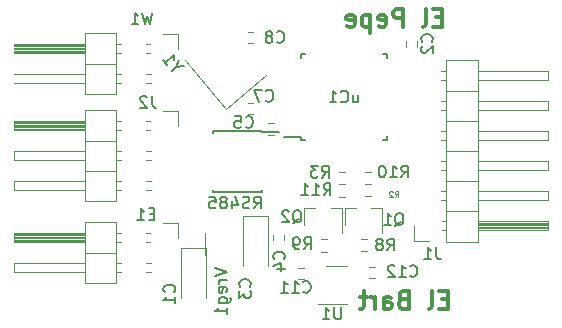
<source format=gbr>
G04 #@! TF.GenerationSoftware,KiCad,Pcbnew,(5.0.2)-1*
G04 #@! TF.CreationDate,2019-03-06T20:32:53+00:00*
G04 #@! TF.ProjectId,distanced,64697374-616e-4636-9564-2e6b69636164,rev?*
G04 #@! TF.SameCoordinates,Original*
G04 #@! TF.FileFunction,Legend,Bot*
G04 #@! TF.FilePolarity,Positive*
%FSLAX46Y46*%
G04 Gerber Fmt 4.6, Leading zero omitted, Abs format (unit mm)*
G04 Created by KiCad (PCBNEW (5.0.2)-1) date 06/03/2019 20:32:53*
%MOMM*%
%LPD*%
G01*
G04 APERTURE LIST*
%ADD10C,0.300000*%
%ADD11C,0.120000*%
%ADD12C,0.150000*%
%ADD13C,0.125000*%
G04 APERTURE END LIST*
D10*
X162070000Y-72342857D02*
X161570000Y-72342857D01*
X161355714Y-73128571D02*
X162070000Y-73128571D01*
X162070000Y-71628571D01*
X161355714Y-71628571D01*
X160498571Y-73128571D02*
X160641428Y-73057142D01*
X160712857Y-72914285D01*
X160712857Y-71628571D01*
X158784285Y-73128571D02*
X158784285Y-71628571D01*
X158212857Y-71628571D01*
X158070000Y-71700000D01*
X157998571Y-71771428D01*
X157927142Y-71914285D01*
X157927142Y-72128571D01*
X157998571Y-72271428D01*
X158070000Y-72342857D01*
X158212857Y-72414285D01*
X158784285Y-72414285D01*
X156712857Y-73057142D02*
X156855714Y-73128571D01*
X157141428Y-73128571D01*
X157284285Y-73057142D01*
X157355714Y-72914285D01*
X157355714Y-72342857D01*
X157284285Y-72200000D01*
X157141428Y-72128571D01*
X156855714Y-72128571D01*
X156712857Y-72200000D01*
X156641428Y-72342857D01*
X156641428Y-72485714D01*
X157355714Y-72628571D01*
X155998571Y-72128571D02*
X155998571Y-73628571D01*
X155998571Y-72200000D02*
X155855714Y-72128571D01*
X155570000Y-72128571D01*
X155427142Y-72200000D01*
X155355714Y-72271428D01*
X155284285Y-72414285D01*
X155284285Y-72842857D01*
X155355714Y-72985714D01*
X155427142Y-73057142D01*
X155570000Y-73128571D01*
X155855714Y-73128571D01*
X155998571Y-73057142D01*
X154070000Y-73057142D02*
X154212857Y-73128571D01*
X154498571Y-73128571D01*
X154641428Y-73057142D01*
X154712857Y-72914285D01*
X154712857Y-72342857D01*
X154641428Y-72200000D01*
X154498571Y-72128571D01*
X154212857Y-72128571D01*
X154070000Y-72200000D01*
X153998571Y-72342857D01*
X153998571Y-72485714D01*
X154712857Y-72628571D01*
X162567142Y-96212857D02*
X162067142Y-96212857D01*
X161852857Y-96998571D02*
X162567142Y-96998571D01*
X162567142Y-95498571D01*
X161852857Y-95498571D01*
X160995714Y-96998571D02*
X161138571Y-96927142D01*
X161210000Y-96784285D01*
X161210000Y-95498571D01*
X158781428Y-96212857D02*
X158567142Y-96284285D01*
X158495714Y-96355714D01*
X158424285Y-96498571D01*
X158424285Y-96712857D01*
X158495714Y-96855714D01*
X158567142Y-96927142D01*
X158710000Y-96998571D01*
X159281428Y-96998571D01*
X159281428Y-95498571D01*
X158781428Y-95498571D01*
X158638571Y-95570000D01*
X158567142Y-95641428D01*
X158495714Y-95784285D01*
X158495714Y-95927142D01*
X158567142Y-96070000D01*
X158638571Y-96141428D01*
X158781428Y-96212857D01*
X159281428Y-96212857D01*
X157138571Y-96998571D02*
X157138571Y-96212857D01*
X157210000Y-96070000D01*
X157352857Y-95998571D01*
X157638571Y-95998571D01*
X157781428Y-96070000D01*
X157138571Y-96927142D02*
X157281428Y-96998571D01*
X157638571Y-96998571D01*
X157781428Y-96927142D01*
X157852857Y-96784285D01*
X157852857Y-96641428D01*
X157781428Y-96498571D01*
X157638571Y-96427142D01*
X157281428Y-96427142D01*
X157138571Y-96355714D01*
X156424285Y-96998571D02*
X156424285Y-95998571D01*
X156424285Y-96284285D02*
X156352857Y-96141428D01*
X156281428Y-96070000D01*
X156138571Y-95998571D01*
X155995714Y-95998571D01*
X155710000Y-95998571D02*
X155138571Y-95998571D01*
X155495714Y-95498571D02*
X155495714Y-96784285D01*
X155424285Y-96927142D01*
X155281428Y-96998571D01*
X155138571Y-96998571D01*
D11*
G04 #@! TO.C,J2*
X134520000Y-80170000D02*
X134520000Y-87910000D01*
X134520000Y-87910000D02*
X131860000Y-87910000D01*
X131860000Y-87910000D02*
X131860000Y-80170000D01*
X131860000Y-80170000D02*
X134520000Y-80170000D01*
X131860000Y-81120000D02*
X125860000Y-81120000D01*
X125860000Y-81120000D02*
X125860000Y-81880000D01*
X125860000Y-81880000D02*
X131860000Y-81880000D01*
X131860000Y-81180000D02*
X125860000Y-81180000D01*
X131860000Y-81300000D02*
X125860000Y-81300000D01*
X131860000Y-81420000D02*
X125860000Y-81420000D01*
X131860000Y-81540000D02*
X125860000Y-81540000D01*
X131860000Y-81660000D02*
X125860000Y-81660000D01*
X131860000Y-81780000D02*
X125860000Y-81780000D01*
X134917071Y-81120000D02*
X134520000Y-81120000D01*
X134917071Y-81880000D02*
X134520000Y-81880000D01*
X137390000Y-81120000D02*
X137002929Y-81120000D01*
X137390000Y-81880000D02*
X137002929Y-81880000D01*
X134520000Y-82770000D02*
X131860000Y-82770000D01*
X131860000Y-83660000D02*
X125860000Y-83660000D01*
X125860000Y-83660000D02*
X125860000Y-84420000D01*
X125860000Y-84420000D02*
X131860000Y-84420000D01*
X134917071Y-83660000D02*
X134520000Y-83660000D01*
X134917071Y-84420000D02*
X134520000Y-84420000D01*
X137457071Y-83660000D02*
X137002929Y-83660000D01*
X137457071Y-84420000D02*
X137002929Y-84420000D01*
X134520000Y-85310000D02*
X131860000Y-85310000D01*
X131860000Y-86200000D02*
X125860000Y-86200000D01*
X125860000Y-86200000D02*
X125860000Y-86960000D01*
X125860000Y-86960000D02*
X131860000Y-86960000D01*
X134917071Y-86200000D02*
X134520000Y-86200000D01*
X134917071Y-86960000D02*
X134520000Y-86960000D01*
X137457071Y-86200000D02*
X137002929Y-86200000D01*
X137457071Y-86960000D02*
X137002929Y-86960000D01*
X139770000Y-81500000D02*
X139770000Y-80230000D01*
X139770000Y-80230000D02*
X138500000Y-80230000D01*
G04 #@! TO.C,E1*
X134520000Y-89670000D02*
X134520000Y-94870000D01*
X134520000Y-94870000D02*
X131860000Y-94870000D01*
X131860000Y-94870000D02*
X131860000Y-89670000D01*
X131860000Y-89670000D02*
X134520000Y-89670000D01*
X131860000Y-90620000D02*
X125860000Y-90620000D01*
X125860000Y-90620000D02*
X125860000Y-91380000D01*
X125860000Y-91380000D02*
X131860000Y-91380000D01*
X131860000Y-90680000D02*
X125860000Y-90680000D01*
X131860000Y-90800000D02*
X125860000Y-90800000D01*
X131860000Y-90920000D02*
X125860000Y-90920000D01*
X131860000Y-91040000D02*
X125860000Y-91040000D01*
X131860000Y-91160000D02*
X125860000Y-91160000D01*
X131860000Y-91280000D02*
X125860000Y-91280000D01*
X134917071Y-90620000D02*
X134520000Y-90620000D01*
X134917071Y-91380000D02*
X134520000Y-91380000D01*
X137390000Y-90620000D02*
X137002929Y-90620000D01*
X137390000Y-91380000D02*
X137002929Y-91380000D01*
X134520000Y-92270000D02*
X131860000Y-92270000D01*
X131860000Y-93160000D02*
X125860000Y-93160000D01*
X125860000Y-93160000D02*
X125860000Y-93920000D01*
X125860000Y-93920000D02*
X131860000Y-93920000D01*
X134917071Y-93160000D02*
X134520000Y-93160000D01*
X134917071Y-93920000D02*
X134520000Y-93920000D01*
X137457071Y-93160000D02*
X137002929Y-93160000D01*
X137457071Y-93920000D02*
X137002929Y-93920000D01*
X139770000Y-91000000D02*
X139770000Y-89730000D01*
X139770000Y-89730000D02*
X138500000Y-89730000D01*
G04 #@! TO.C,W1*
X134520000Y-73670000D02*
X134520000Y-78870000D01*
X134520000Y-78870000D02*
X131860000Y-78870000D01*
X131860000Y-78870000D02*
X131860000Y-73670000D01*
X131860000Y-73670000D02*
X134520000Y-73670000D01*
X131860000Y-74620000D02*
X125860000Y-74620000D01*
X125860000Y-75380000D02*
X131860000Y-75380000D01*
X131860000Y-74680000D02*
X125860000Y-74680000D01*
X131860000Y-74800000D02*
X125860000Y-74800000D01*
X131860000Y-74920000D02*
X125860000Y-74920000D01*
X131860000Y-75040000D02*
X125860000Y-75040000D01*
X131860000Y-75160000D02*
X125860000Y-75160000D01*
X131860000Y-75280000D02*
X125860000Y-75280000D01*
X134917071Y-74620000D02*
X134520000Y-74620000D01*
X134917071Y-75380000D02*
X134520000Y-75380000D01*
X137390000Y-74620000D02*
X137002929Y-74620000D01*
X137390000Y-75380000D02*
X137002929Y-75380000D01*
X134520000Y-76270000D02*
X131860000Y-76270000D01*
X131860000Y-77160000D02*
X125860000Y-77160000D01*
X125860000Y-77920000D02*
X131860000Y-77920000D01*
X134917071Y-77160000D02*
X134520000Y-77160000D01*
X134917071Y-77920000D02*
X134520000Y-77920000D01*
X137457071Y-77160000D02*
X137002929Y-77160000D01*
X137457071Y-77920000D02*
X137002929Y-77920000D01*
X139770000Y-75000000D02*
X139770000Y-73730000D01*
X139770000Y-73730000D02*
X138500000Y-73730000D01*
G04 #@! TO.C,J1*
X162440000Y-91330000D02*
X162440000Y-75970000D01*
X162440000Y-75970000D02*
X165100000Y-75970000D01*
X165100000Y-75970000D02*
X165100000Y-91330000D01*
X165100000Y-91330000D02*
X162440000Y-91330000D01*
X165100000Y-90380000D02*
X171100000Y-90380000D01*
X171100000Y-90380000D02*
X171100000Y-89620000D01*
X171100000Y-89620000D02*
X165100000Y-89620000D01*
X165100000Y-90320000D02*
X171100000Y-90320000D01*
X165100000Y-90200000D02*
X171100000Y-90200000D01*
X165100000Y-90080000D02*
X171100000Y-90080000D01*
X165100000Y-89960000D02*
X171100000Y-89960000D01*
X165100000Y-89840000D02*
X171100000Y-89840000D01*
X165100000Y-89720000D02*
X171100000Y-89720000D01*
X162110000Y-90380000D02*
X162440000Y-90380000D01*
X162110000Y-89620000D02*
X162440000Y-89620000D01*
X162440000Y-88730000D02*
X165100000Y-88730000D01*
X165100000Y-87840000D02*
X171100000Y-87840000D01*
X171100000Y-87840000D02*
X171100000Y-87080000D01*
X171100000Y-87080000D02*
X165100000Y-87080000D01*
X162042929Y-87840000D02*
X162440000Y-87840000D01*
X162042929Y-87080000D02*
X162440000Y-87080000D01*
X162440000Y-86190000D02*
X165100000Y-86190000D01*
X165100000Y-85300000D02*
X171100000Y-85300000D01*
X171100000Y-85300000D02*
X171100000Y-84540000D01*
X171100000Y-84540000D02*
X165100000Y-84540000D01*
X162042929Y-85300000D02*
X162440000Y-85300000D01*
X162042929Y-84540000D02*
X162440000Y-84540000D01*
X162440000Y-83650000D02*
X165100000Y-83650000D01*
X165100000Y-82760000D02*
X171100000Y-82760000D01*
X171100000Y-82760000D02*
X171100000Y-82000000D01*
X171100000Y-82000000D02*
X165100000Y-82000000D01*
X162042929Y-82760000D02*
X162440000Y-82760000D01*
X162042929Y-82000000D02*
X162440000Y-82000000D01*
X162440000Y-81110000D02*
X165100000Y-81110000D01*
X165100000Y-80220000D02*
X171100000Y-80220000D01*
X171100000Y-80220000D02*
X171100000Y-79460000D01*
X171100000Y-79460000D02*
X165100000Y-79460000D01*
X162042929Y-80220000D02*
X162440000Y-80220000D01*
X162042929Y-79460000D02*
X162440000Y-79460000D01*
X162440000Y-78570000D02*
X165100000Y-78570000D01*
X165100000Y-77680000D02*
X171100000Y-77680000D01*
X171100000Y-77680000D02*
X171100000Y-76920000D01*
X171100000Y-76920000D02*
X165100000Y-76920000D01*
X162042929Y-77680000D02*
X162440000Y-77680000D01*
X162042929Y-76920000D02*
X162440000Y-76920000D01*
X159730000Y-90000000D02*
X159730000Y-91270000D01*
X159730000Y-91270000D02*
X161000000Y-91270000D01*
G04 #@! TO.C,C2*
X159030000Y-74860000D02*
X159030000Y-74360000D01*
X159970000Y-74360000D02*
X159970000Y-74860000D01*
G04 #@! TO.C,C4*
X147780000Y-91225000D02*
X147780000Y-90725000D01*
X148720000Y-90725000D02*
X148720000Y-91225000D01*
G04 #@! TO.C,C5*
X147830000Y-82260000D02*
X147330000Y-82260000D01*
X147330000Y-81320000D02*
X147830000Y-81320000D01*
G04 #@! TO.C,C7*
X146125000Y-80520000D02*
X145625000Y-80520000D01*
X145625000Y-79580000D02*
X146125000Y-79580000D01*
G04 #@! TO.C,C8*
X146125000Y-74520000D02*
X145625000Y-74520000D01*
X145625000Y-73580000D02*
X146125000Y-73580000D01*
G04 #@! TO.C,R2*
X155550000Y-86445000D02*
X156050000Y-86445000D01*
X156050000Y-87505000D02*
X155550000Y-87505000D01*
G04 #@! TO.C,R3*
X153875000Y-86480000D02*
X153375000Y-86480000D01*
X153375000Y-85420000D02*
X153875000Y-85420000D01*
D12*
G04 #@! TO.C,RS485*
X146875000Y-81975000D02*
X146875000Y-82025000D01*
X142725000Y-81975000D02*
X142725000Y-82120000D01*
X142725000Y-87125000D02*
X142725000Y-86980000D01*
X146875000Y-87125000D02*
X146875000Y-86980000D01*
X146875000Y-81975000D02*
X142725000Y-81975000D01*
X146875000Y-87125000D02*
X142725000Y-87125000D01*
X146875000Y-82025000D02*
X148275000Y-82025000D01*
G04 #@! TO.C,uC1*
X150175000Y-82725000D02*
X150175000Y-82500000D01*
X157425000Y-82725000D02*
X157425000Y-82400000D01*
X157425000Y-75475000D02*
X157425000Y-75800000D01*
X150175000Y-75475000D02*
X150175000Y-75800000D01*
X150175000Y-82725000D02*
X150500000Y-82725000D01*
X150175000Y-75475000D02*
X150500000Y-75475000D01*
X157425000Y-75475000D02*
X157100000Y-75475000D01*
X157425000Y-82725000D02*
X157100000Y-82725000D01*
X150175000Y-82500000D02*
X148750000Y-82500000D01*
D11*
G04 #@! TO.C,Vreg1*
X142015000Y-92425000D02*
X142015000Y-90625000D01*
X145235000Y-90625000D02*
X145235000Y-93075000D01*
G04 #@! TO.C,C1*
X139975000Y-91825000D02*
X139975000Y-96075000D01*
X142075000Y-91825000D02*
X142075000Y-96075000D01*
X139975000Y-91825000D02*
X142075000Y-91825000D01*
G04 #@! TO.C,C3*
X145275000Y-89175000D02*
X145275000Y-93425000D01*
X147375000Y-89175000D02*
X147375000Y-93425000D01*
X145275000Y-89175000D02*
X147375000Y-89175000D01*
G04 #@! TO.C,C11*
X149925000Y-93580000D02*
X150425000Y-93580000D01*
X150425000Y-94520000D02*
X149925000Y-94520000D01*
G04 #@! TO.C,C12*
X156425000Y-94395000D02*
X155925000Y-94395000D01*
X155925000Y-93455000D02*
X156425000Y-93455000D01*
G04 #@! TO.C,Q1*
X153870000Y-88440000D02*
X154800000Y-88440000D01*
X157030000Y-88440000D02*
X156100000Y-88440000D01*
X157030000Y-88440000D02*
X157030000Y-90600000D01*
X153870000Y-88440000D02*
X153870000Y-89900000D01*
G04 #@! TO.C,Q2*
X150445000Y-88440000D02*
X151375000Y-88440000D01*
X153605000Y-88440000D02*
X152675000Y-88440000D01*
X153605000Y-88440000D02*
X153605000Y-90600000D01*
X150445000Y-88440000D02*
X150445000Y-89900000D01*
G04 #@! TO.C,R8*
X155200000Y-91095000D02*
X155700000Y-91095000D01*
X155700000Y-92155000D02*
X155200000Y-92155000D01*
G04 #@! TO.C,R9*
X151875000Y-91120000D02*
X152375000Y-91120000D01*
X152375000Y-92180000D02*
X151875000Y-92180000D01*
G04 #@! TO.C,R10*
X155550000Y-85395000D02*
X156050000Y-85395000D01*
X156050000Y-86455000D02*
X155550000Y-86455000D01*
G04 #@! TO.C,R11*
X153875000Y-87530000D02*
X153375000Y-87530000D01*
X153375000Y-86470000D02*
X153875000Y-86470000D01*
G04 #@! TO.C,U1*
X152250000Y-93390000D02*
X154050000Y-93390000D01*
X154050000Y-96610000D02*
X151600000Y-96610000D01*
G04 #@! TO.C,Y1*
X147209127Y-77222048D02*
X143761927Y-80114592D01*
X143761927Y-80114592D02*
X140290873Y-75977952D01*
G04 #@! TO.C,J2*
D12*
X137533333Y-79002380D02*
X137533333Y-79716666D01*
X137580952Y-79859523D01*
X137676190Y-79954761D01*
X137819047Y-80002380D01*
X137914285Y-80002380D01*
X137104761Y-79097619D02*
X137057142Y-79050000D01*
X136961904Y-79002380D01*
X136723809Y-79002380D01*
X136628571Y-79050000D01*
X136580952Y-79097619D01*
X136533333Y-79192857D01*
X136533333Y-79288095D01*
X136580952Y-79430952D01*
X137152380Y-80002380D01*
X136533333Y-80002380D01*
G04 #@! TO.C,E1*
X137720476Y-88978571D02*
X137387142Y-88978571D01*
X137244285Y-89502380D02*
X137720476Y-89502380D01*
X137720476Y-88502380D01*
X137244285Y-88502380D01*
X136291904Y-89502380D02*
X136863333Y-89502380D01*
X136577619Y-89502380D02*
X136577619Y-88502380D01*
X136672857Y-88645238D01*
X136768095Y-88740476D01*
X136863333Y-88788095D01*
G04 #@! TO.C,W1*
X137574761Y-71932380D02*
X137336666Y-72932380D01*
X137146190Y-72218095D01*
X136955714Y-72932380D01*
X136717619Y-71932380D01*
X135812857Y-72932380D02*
X136384285Y-72932380D01*
X136098571Y-72932380D02*
X136098571Y-71932380D01*
X136193809Y-72075238D01*
X136289047Y-72170476D01*
X136384285Y-72218095D01*
G04 #@! TO.C,J1*
X161593333Y-91822380D02*
X161593333Y-92536666D01*
X161640952Y-92679523D01*
X161736190Y-92774761D01*
X161879047Y-92822380D01*
X161974285Y-92822380D01*
X160593333Y-92822380D02*
X161164761Y-92822380D01*
X160879047Y-92822380D02*
X160879047Y-91822380D01*
X160974285Y-91965238D01*
X161069523Y-92060476D01*
X161164761Y-92108095D01*
G04 #@! TO.C,C2*
X161227142Y-74393333D02*
X161274761Y-74345714D01*
X161322380Y-74202857D01*
X161322380Y-74107619D01*
X161274761Y-73964761D01*
X161179523Y-73869523D01*
X161084285Y-73821904D01*
X160893809Y-73774285D01*
X160750952Y-73774285D01*
X160560476Y-73821904D01*
X160465238Y-73869523D01*
X160370000Y-73964761D01*
X160322380Y-74107619D01*
X160322380Y-74202857D01*
X160370000Y-74345714D01*
X160417619Y-74393333D01*
X160417619Y-74774285D02*
X160370000Y-74821904D01*
X160322380Y-74917142D01*
X160322380Y-75155238D01*
X160370000Y-75250476D01*
X160417619Y-75298095D01*
X160512857Y-75345714D01*
X160608095Y-75345714D01*
X160750952Y-75298095D01*
X161322380Y-74726666D01*
X161322380Y-75345714D01*
G04 #@! TO.C,C4*
X148697142Y-92793333D02*
X148744761Y-92745714D01*
X148792380Y-92602857D01*
X148792380Y-92507619D01*
X148744761Y-92364761D01*
X148649523Y-92269523D01*
X148554285Y-92221904D01*
X148363809Y-92174285D01*
X148220952Y-92174285D01*
X148030476Y-92221904D01*
X147935238Y-92269523D01*
X147840000Y-92364761D01*
X147792380Y-92507619D01*
X147792380Y-92602857D01*
X147840000Y-92745714D01*
X147887619Y-92793333D01*
X148125714Y-93650476D02*
X148792380Y-93650476D01*
X147744761Y-93412380D02*
X148459047Y-93174285D01*
X148459047Y-93793333D01*
G04 #@! TO.C,C5*
X145456666Y-81597142D02*
X145504285Y-81644761D01*
X145647142Y-81692380D01*
X145742380Y-81692380D01*
X145885238Y-81644761D01*
X145980476Y-81549523D01*
X146028095Y-81454285D01*
X146075714Y-81263809D01*
X146075714Y-81120952D01*
X146028095Y-80930476D01*
X145980476Y-80835238D01*
X145885238Y-80740000D01*
X145742380Y-80692380D01*
X145647142Y-80692380D01*
X145504285Y-80740000D01*
X145456666Y-80787619D01*
X144551904Y-80692380D02*
X145028095Y-80692380D01*
X145075714Y-81168571D01*
X145028095Y-81120952D01*
X144932857Y-81073333D01*
X144694761Y-81073333D01*
X144599523Y-81120952D01*
X144551904Y-81168571D01*
X144504285Y-81263809D01*
X144504285Y-81501904D01*
X144551904Y-81597142D01*
X144599523Y-81644761D01*
X144694761Y-81692380D01*
X144932857Y-81692380D01*
X145028095Y-81644761D01*
X145075714Y-81597142D01*
G04 #@! TO.C,C7*
X147166666Y-79377142D02*
X147214285Y-79424761D01*
X147357142Y-79472380D01*
X147452380Y-79472380D01*
X147595238Y-79424761D01*
X147690476Y-79329523D01*
X147738095Y-79234285D01*
X147785714Y-79043809D01*
X147785714Y-78900952D01*
X147738095Y-78710476D01*
X147690476Y-78615238D01*
X147595238Y-78520000D01*
X147452380Y-78472380D01*
X147357142Y-78472380D01*
X147214285Y-78520000D01*
X147166666Y-78567619D01*
X146833333Y-78472380D02*
X146166666Y-78472380D01*
X146595238Y-79472380D01*
G04 #@! TO.C,C8*
X148111666Y-74397142D02*
X148159285Y-74444761D01*
X148302142Y-74492380D01*
X148397380Y-74492380D01*
X148540238Y-74444761D01*
X148635476Y-74349523D01*
X148683095Y-74254285D01*
X148730714Y-74063809D01*
X148730714Y-73920952D01*
X148683095Y-73730476D01*
X148635476Y-73635238D01*
X148540238Y-73540000D01*
X148397380Y-73492380D01*
X148302142Y-73492380D01*
X148159285Y-73540000D01*
X148111666Y-73587619D01*
X147540238Y-73920952D02*
X147635476Y-73873333D01*
X147683095Y-73825714D01*
X147730714Y-73730476D01*
X147730714Y-73682857D01*
X147683095Y-73587619D01*
X147635476Y-73540000D01*
X147540238Y-73492380D01*
X147349761Y-73492380D01*
X147254523Y-73540000D01*
X147206904Y-73587619D01*
X147159285Y-73682857D01*
X147159285Y-73730476D01*
X147206904Y-73825714D01*
X147254523Y-73873333D01*
X147349761Y-73920952D01*
X147540238Y-73920952D01*
X147635476Y-73968571D01*
X147683095Y-74016190D01*
X147730714Y-74111428D01*
X147730714Y-74301904D01*
X147683095Y-74397142D01*
X147635476Y-74444761D01*
X147540238Y-74492380D01*
X147349761Y-74492380D01*
X147254523Y-74444761D01*
X147206904Y-74397142D01*
X147159285Y-74301904D01*
X147159285Y-74111428D01*
X147206904Y-74016190D01*
X147254523Y-73968571D01*
X147349761Y-73920952D01*
G04 #@! TO.C,R2*
D13*
X158093333Y-87566190D02*
X158260000Y-87328095D01*
X158379047Y-87566190D02*
X158379047Y-87066190D01*
X158188571Y-87066190D01*
X158140952Y-87090000D01*
X158117142Y-87113809D01*
X158093333Y-87161428D01*
X158093333Y-87232857D01*
X158117142Y-87280476D01*
X158140952Y-87304285D01*
X158188571Y-87328095D01*
X158379047Y-87328095D01*
X157902857Y-87113809D02*
X157879047Y-87090000D01*
X157831428Y-87066190D01*
X157712380Y-87066190D01*
X157664761Y-87090000D01*
X157640952Y-87113809D01*
X157617142Y-87161428D01*
X157617142Y-87209047D01*
X157640952Y-87280476D01*
X157926666Y-87566190D01*
X157617142Y-87566190D01*
G04 #@! TO.C,R3*
D12*
X151916666Y-85902380D02*
X152250000Y-85426190D01*
X152488095Y-85902380D02*
X152488095Y-84902380D01*
X152107142Y-84902380D01*
X152011904Y-84950000D01*
X151964285Y-84997619D01*
X151916666Y-85092857D01*
X151916666Y-85235714D01*
X151964285Y-85330952D01*
X152011904Y-85378571D01*
X152107142Y-85426190D01*
X152488095Y-85426190D01*
X151583333Y-84902380D02*
X150964285Y-84902380D01*
X151297619Y-85283333D01*
X151154761Y-85283333D01*
X151059523Y-85330952D01*
X151011904Y-85378571D01*
X150964285Y-85473809D01*
X150964285Y-85711904D01*
X151011904Y-85807142D01*
X151059523Y-85854761D01*
X151154761Y-85902380D01*
X151440476Y-85902380D01*
X151535714Y-85854761D01*
X151583333Y-85807142D01*
G04 #@! TO.C,RS485*
X146155238Y-88522380D02*
X146488571Y-88046190D01*
X146726666Y-88522380D02*
X146726666Y-87522380D01*
X146345714Y-87522380D01*
X146250476Y-87570000D01*
X146202857Y-87617619D01*
X146155238Y-87712857D01*
X146155238Y-87855714D01*
X146202857Y-87950952D01*
X146250476Y-87998571D01*
X146345714Y-88046190D01*
X146726666Y-88046190D01*
X145774285Y-88474761D02*
X145631428Y-88522380D01*
X145393333Y-88522380D01*
X145298095Y-88474761D01*
X145250476Y-88427142D01*
X145202857Y-88331904D01*
X145202857Y-88236666D01*
X145250476Y-88141428D01*
X145298095Y-88093809D01*
X145393333Y-88046190D01*
X145583809Y-87998571D01*
X145679047Y-87950952D01*
X145726666Y-87903333D01*
X145774285Y-87808095D01*
X145774285Y-87712857D01*
X145726666Y-87617619D01*
X145679047Y-87570000D01*
X145583809Y-87522380D01*
X145345714Y-87522380D01*
X145202857Y-87570000D01*
X144345714Y-87855714D02*
X144345714Y-88522380D01*
X144583809Y-87474761D02*
X144821904Y-88189047D01*
X144202857Y-88189047D01*
X143679047Y-87950952D02*
X143774285Y-87903333D01*
X143821904Y-87855714D01*
X143869523Y-87760476D01*
X143869523Y-87712857D01*
X143821904Y-87617619D01*
X143774285Y-87570000D01*
X143679047Y-87522380D01*
X143488571Y-87522380D01*
X143393333Y-87570000D01*
X143345714Y-87617619D01*
X143298095Y-87712857D01*
X143298095Y-87760476D01*
X143345714Y-87855714D01*
X143393333Y-87903333D01*
X143488571Y-87950952D01*
X143679047Y-87950952D01*
X143774285Y-87998571D01*
X143821904Y-88046190D01*
X143869523Y-88141428D01*
X143869523Y-88331904D01*
X143821904Y-88427142D01*
X143774285Y-88474761D01*
X143679047Y-88522380D01*
X143488571Y-88522380D01*
X143393333Y-88474761D01*
X143345714Y-88427142D01*
X143298095Y-88331904D01*
X143298095Y-88141428D01*
X143345714Y-88046190D01*
X143393333Y-87998571D01*
X143488571Y-87950952D01*
X142393333Y-87522380D02*
X142869523Y-87522380D01*
X142917142Y-87998571D01*
X142869523Y-87950952D01*
X142774285Y-87903333D01*
X142536190Y-87903333D01*
X142440952Y-87950952D01*
X142393333Y-87998571D01*
X142345714Y-88093809D01*
X142345714Y-88331904D01*
X142393333Y-88427142D01*
X142440952Y-88474761D01*
X142536190Y-88522380D01*
X142774285Y-88522380D01*
X142869523Y-88474761D01*
X142917142Y-88427142D01*
G04 #@! TO.C,uC1*
X154571904Y-78875714D02*
X154571904Y-79542380D01*
X155000476Y-78875714D02*
X155000476Y-79399523D01*
X154952857Y-79494761D01*
X154857619Y-79542380D01*
X154714761Y-79542380D01*
X154619523Y-79494761D01*
X154571904Y-79447142D01*
X153524285Y-79447142D02*
X153571904Y-79494761D01*
X153714761Y-79542380D01*
X153810000Y-79542380D01*
X153952857Y-79494761D01*
X154048095Y-79399523D01*
X154095714Y-79304285D01*
X154143333Y-79113809D01*
X154143333Y-78970952D01*
X154095714Y-78780476D01*
X154048095Y-78685238D01*
X153952857Y-78590000D01*
X153810000Y-78542380D01*
X153714761Y-78542380D01*
X153571904Y-78590000D01*
X153524285Y-78637619D01*
X152571904Y-79542380D02*
X153143333Y-79542380D01*
X152857619Y-79542380D02*
X152857619Y-78542380D01*
X152952857Y-78685238D01*
X153048095Y-78780476D01*
X153143333Y-78828095D01*
G04 #@! TO.C,Vreg1*
X142852380Y-93590000D02*
X143852380Y-93923333D01*
X142852380Y-94256666D01*
X143852380Y-94590000D02*
X143185714Y-94590000D01*
X143376190Y-94590000D02*
X143280952Y-94637619D01*
X143233333Y-94685238D01*
X143185714Y-94780476D01*
X143185714Y-94875714D01*
X143804761Y-95590000D02*
X143852380Y-95494761D01*
X143852380Y-95304285D01*
X143804761Y-95209047D01*
X143709523Y-95161428D01*
X143328571Y-95161428D01*
X143233333Y-95209047D01*
X143185714Y-95304285D01*
X143185714Y-95494761D01*
X143233333Y-95590000D01*
X143328571Y-95637619D01*
X143423809Y-95637619D01*
X143519047Y-95161428D01*
X143185714Y-96494761D02*
X143995238Y-96494761D01*
X144090476Y-96447142D01*
X144138095Y-96399523D01*
X144185714Y-96304285D01*
X144185714Y-96161428D01*
X144138095Y-96066190D01*
X143804761Y-96494761D02*
X143852380Y-96399523D01*
X143852380Y-96209047D01*
X143804761Y-96113809D01*
X143757142Y-96066190D01*
X143661904Y-96018571D01*
X143376190Y-96018571D01*
X143280952Y-96066190D01*
X143233333Y-96113809D01*
X143185714Y-96209047D01*
X143185714Y-96399523D01*
X143233333Y-96494761D01*
X143852380Y-97494761D02*
X143852380Y-96923333D01*
X143852380Y-97209047D02*
X142852380Y-97209047D01*
X142995238Y-97113809D01*
X143090476Y-97018571D01*
X143138095Y-96923333D01*
G04 #@! TO.C,C1*
X139407142Y-95593333D02*
X139454761Y-95545714D01*
X139502380Y-95402857D01*
X139502380Y-95307619D01*
X139454761Y-95164761D01*
X139359523Y-95069523D01*
X139264285Y-95021904D01*
X139073809Y-94974285D01*
X138930952Y-94974285D01*
X138740476Y-95021904D01*
X138645238Y-95069523D01*
X138550000Y-95164761D01*
X138502380Y-95307619D01*
X138502380Y-95402857D01*
X138550000Y-95545714D01*
X138597619Y-95593333D01*
X139502380Y-96545714D02*
X139502380Y-95974285D01*
X139502380Y-96260000D02*
X138502380Y-96260000D01*
X138645238Y-96164761D01*
X138740476Y-96069523D01*
X138788095Y-95974285D01*
G04 #@! TO.C,C3*
X145807142Y-95133333D02*
X145854761Y-95085714D01*
X145902380Y-94942857D01*
X145902380Y-94847619D01*
X145854761Y-94704761D01*
X145759523Y-94609523D01*
X145664285Y-94561904D01*
X145473809Y-94514285D01*
X145330952Y-94514285D01*
X145140476Y-94561904D01*
X145045238Y-94609523D01*
X144950000Y-94704761D01*
X144902380Y-94847619D01*
X144902380Y-94942857D01*
X144950000Y-95085714D01*
X144997619Y-95133333D01*
X144902380Y-95466666D02*
X144902380Y-96085714D01*
X145283333Y-95752380D01*
X145283333Y-95895238D01*
X145330952Y-95990476D01*
X145378571Y-96038095D01*
X145473809Y-96085714D01*
X145711904Y-96085714D01*
X145807142Y-96038095D01*
X145854761Y-95990476D01*
X145902380Y-95895238D01*
X145902380Y-95609523D01*
X145854761Y-95514285D01*
X145807142Y-95466666D01*
G04 #@! TO.C,C11*
X150342857Y-95557142D02*
X150390476Y-95604761D01*
X150533333Y-95652380D01*
X150628571Y-95652380D01*
X150771428Y-95604761D01*
X150866666Y-95509523D01*
X150914285Y-95414285D01*
X150961904Y-95223809D01*
X150961904Y-95080952D01*
X150914285Y-94890476D01*
X150866666Y-94795238D01*
X150771428Y-94700000D01*
X150628571Y-94652380D01*
X150533333Y-94652380D01*
X150390476Y-94700000D01*
X150342857Y-94747619D01*
X149390476Y-95652380D02*
X149961904Y-95652380D01*
X149676190Y-95652380D02*
X149676190Y-94652380D01*
X149771428Y-94795238D01*
X149866666Y-94890476D01*
X149961904Y-94938095D01*
X148438095Y-95652380D02*
X149009523Y-95652380D01*
X148723809Y-95652380D02*
X148723809Y-94652380D01*
X148819047Y-94795238D01*
X148914285Y-94890476D01*
X149009523Y-94938095D01*
G04 #@! TO.C,C12*
X159382857Y-94217142D02*
X159430476Y-94264761D01*
X159573333Y-94312380D01*
X159668571Y-94312380D01*
X159811428Y-94264761D01*
X159906666Y-94169523D01*
X159954285Y-94074285D01*
X160001904Y-93883809D01*
X160001904Y-93740952D01*
X159954285Y-93550476D01*
X159906666Y-93455238D01*
X159811428Y-93360000D01*
X159668571Y-93312380D01*
X159573333Y-93312380D01*
X159430476Y-93360000D01*
X159382857Y-93407619D01*
X158430476Y-94312380D02*
X159001904Y-94312380D01*
X158716190Y-94312380D02*
X158716190Y-93312380D01*
X158811428Y-93455238D01*
X158906666Y-93550476D01*
X159001904Y-93598095D01*
X158049523Y-93407619D02*
X158001904Y-93360000D01*
X157906666Y-93312380D01*
X157668571Y-93312380D01*
X157573333Y-93360000D01*
X157525714Y-93407619D01*
X157478095Y-93502857D01*
X157478095Y-93598095D01*
X157525714Y-93740952D01*
X158097142Y-94312380D01*
X157478095Y-94312380D01*
G04 #@! TO.C,Q1*
X158095238Y-89997619D02*
X158190476Y-89950000D01*
X158285714Y-89854761D01*
X158428571Y-89711904D01*
X158523809Y-89664285D01*
X158619047Y-89664285D01*
X158571428Y-89902380D02*
X158666666Y-89854761D01*
X158761904Y-89759523D01*
X158809523Y-89569047D01*
X158809523Y-89235714D01*
X158761904Y-89045238D01*
X158666666Y-88950000D01*
X158571428Y-88902380D01*
X158380952Y-88902380D01*
X158285714Y-88950000D01*
X158190476Y-89045238D01*
X158142857Y-89235714D01*
X158142857Y-89569047D01*
X158190476Y-89759523D01*
X158285714Y-89854761D01*
X158380952Y-89902380D01*
X158571428Y-89902380D01*
X157190476Y-89902380D02*
X157761904Y-89902380D01*
X157476190Y-89902380D02*
X157476190Y-88902380D01*
X157571428Y-89045238D01*
X157666666Y-89140476D01*
X157761904Y-89188095D01*
G04 #@! TO.C,Q2*
X149445238Y-89777619D02*
X149540476Y-89730000D01*
X149635714Y-89634761D01*
X149778571Y-89491904D01*
X149873809Y-89444285D01*
X149969047Y-89444285D01*
X149921428Y-89682380D02*
X150016666Y-89634761D01*
X150111904Y-89539523D01*
X150159523Y-89349047D01*
X150159523Y-89015714D01*
X150111904Y-88825238D01*
X150016666Y-88730000D01*
X149921428Y-88682380D01*
X149730952Y-88682380D01*
X149635714Y-88730000D01*
X149540476Y-88825238D01*
X149492857Y-89015714D01*
X149492857Y-89349047D01*
X149540476Y-89539523D01*
X149635714Y-89634761D01*
X149730952Y-89682380D01*
X149921428Y-89682380D01*
X149111904Y-88777619D02*
X149064285Y-88730000D01*
X148969047Y-88682380D01*
X148730952Y-88682380D01*
X148635714Y-88730000D01*
X148588095Y-88777619D01*
X148540476Y-88872857D01*
X148540476Y-88968095D01*
X148588095Y-89110952D01*
X149159523Y-89682380D01*
X148540476Y-89682380D01*
G04 #@! TO.C,R8*
X157466666Y-92072380D02*
X157800000Y-91596190D01*
X158038095Y-92072380D02*
X158038095Y-91072380D01*
X157657142Y-91072380D01*
X157561904Y-91120000D01*
X157514285Y-91167619D01*
X157466666Y-91262857D01*
X157466666Y-91405714D01*
X157514285Y-91500952D01*
X157561904Y-91548571D01*
X157657142Y-91596190D01*
X158038095Y-91596190D01*
X156895238Y-91500952D02*
X156990476Y-91453333D01*
X157038095Y-91405714D01*
X157085714Y-91310476D01*
X157085714Y-91262857D01*
X157038095Y-91167619D01*
X156990476Y-91120000D01*
X156895238Y-91072380D01*
X156704761Y-91072380D01*
X156609523Y-91120000D01*
X156561904Y-91167619D01*
X156514285Y-91262857D01*
X156514285Y-91310476D01*
X156561904Y-91405714D01*
X156609523Y-91453333D01*
X156704761Y-91500952D01*
X156895238Y-91500952D01*
X156990476Y-91548571D01*
X157038095Y-91596190D01*
X157085714Y-91691428D01*
X157085714Y-91881904D01*
X157038095Y-91977142D01*
X156990476Y-92024761D01*
X156895238Y-92072380D01*
X156704761Y-92072380D01*
X156609523Y-92024761D01*
X156561904Y-91977142D01*
X156514285Y-91881904D01*
X156514285Y-91691428D01*
X156561904Y-91596190D01*
X156609523Y-91548571D01*
X156704761Y-91500952D01*
G04 #@! TO.C,R9*
X150416666Y-91972380D02*
X150750000Y-91496190D01*
X150988095Y-91972380D02*
X150988095Y-90972380D01*
X150607142Y-90972380D01*
X150511904Y-91020000D01*
X150464285Y-91067619D01*
X150416666Y-91162857D01*
X150416666Y-91305714D01*
X150464285Y-91400952D01*
X150511904Y-91448571D01*
X150607142Y-91496190D01*
X150988095Y-91496190D01*
X149940476Y-91972380D02*
X149750000Y-91972380D01*
X149654761Y-91924761D01*
X149607142Y-91877142D01*
X149511904Y-91734285D01*
X149464285Y-91543809D01*
X149464285Y-91162857D01*
X149511904Y-91067619D01*
X149559523Y-91020000D01*
X149654761Y-90972380D01*
X149845238Y-90972380D01*
X149940476Y-91020000D01*
X149988095Y-91067619D01*
X150035714Y-91162857D01*
X150035714Y-91400952D01*
X149988095Y-91496190D01*
X149940476Y-91543809D01*
X149845238Y-91591428D01*
X149654761Y-91591428D01*
X149559523Y-91543809D01*
X149511904Y-91496190D01*
X149464285Y-91400952D01*
G04 #@! TO.C,R10*
X158642857Y-85882380D02*
X158976190Y-85406190D01*
X159214285Y-85882380D02*
X159214285Y-84882380D01*
X158833333Y-84882380D01*
X158738095Y-84930000D01*
X158690476Y-84977619D01*
X158642857Y-85072857D01*
X158642857Y-85215714D01*
X158690476Y-85310952D01*
X158738095Y-85358571D01*
X158833333Y-85406190D01*
X159214285Y-85406190D01*
X157690476Y-85882380D02*
X158261904Y-85882380D01*
X157976190Y-85882380D02*
X157976190Y-84882380D01*
X158071428Y-85025238D01*
X158166666Y-85120476D01*
X158261904Y-85168095D01*
X157071428Y-84882380D02*
X156976190Y-84882380D01*
X156880952Y-84930000D01*
X156833333Y-84977619D01*
X156785714Y-85072857D01*
X156738095Y-85263333D01*
X156738095Y-85501428D01*
X156785714Y-85691904D01*
X156833333Y-85787142D01*
X156880952Y-85834761D01*
X156976190Y-85882380D01*
X157071428Y-85882380D01*
X157166666Y-85834761D01*
X157214285Y-85787142D01*
X157261904Y-85691904D01*
X157309523Y-85501428D01*
X157309523Y-85263333D01*
X157261904Y-85072857D01*
X157214285Y-84977619D01*
X157166666Y-84930000D01*
X157071428Y-84882380D01*
G04 #@! TO.C,R11*
X152072857Y-87392380D02*
X152406190Y-86916190D01*
X152644285Y-87392380D02*
X152644285Y-86392380D01*
X152263333Y-86392380D01*
X152168095Y-86440000D01*
X152120476Y-86487619D01*
X152072857Y-86582857D01*
X152072857Y-86725714D01*
X152120476Y-86820952D01*
X152168095Y-86868571D01*
X152263333Y-86916190D01*
X152644285Y-86916190D01*
X151120476Y-87392380D02*
X151691904Y-87392380D01*
X151406190Y-87392380D02*
X151406190Y-86392380D01*
X151501428Y-86535238D01*
X151596666Y-86630476D01*
X151691904Y-86678095D01*
X150168095Y-87392380D02*
X150739523Y-87392380D01*
X150453809Y-87392380D02*
X150453809Y-86392380D01*
X150549047Y-86535238D01*
X150644285Y-86630476D01*
X150739523Y-86678095D01*
G04 #@! TO.C,U1*
X153551904Y-96902380D02*
X153551904Y-97711904D01*
X153504285Y-97807142D01*
X153456666Y-97854761D01*
X153361428Y-97902380D01*
X153170952Y-97902380D01*
X153075714Y-97854761D01*
X153028095Y-97807142D01*
X152980476Y-97711904D01*
X152980476Y-96902380D01*
X151980476Y-97902380D02*
X152551904Y-97902380D01*
X152266190Y-97902380D02*
X152266190Y-96902380D01*
X152361428Y-97045238D01*
X152456666Y-97140476D01*
X152551904Y-97188095D01*
G04 #@! TO.C,Y1*
X139600670Y-76565182D02*
X139235887Y-76871271D01*
X140216194Y-76483832D02*
X139600670Y-76565182D01*
X139787669Y-75973136D01*
X138470664Y-75959314D02*
X138837971Y-76397053D01*
X138654317Y-76178184D02*
X139420362Y-75535396D01*
X139372145Y-75700179D01*
X139360406Y-75834354D01*
X139385145Y-75937919D01*
G04 #@! TD*
M02*

</source>
